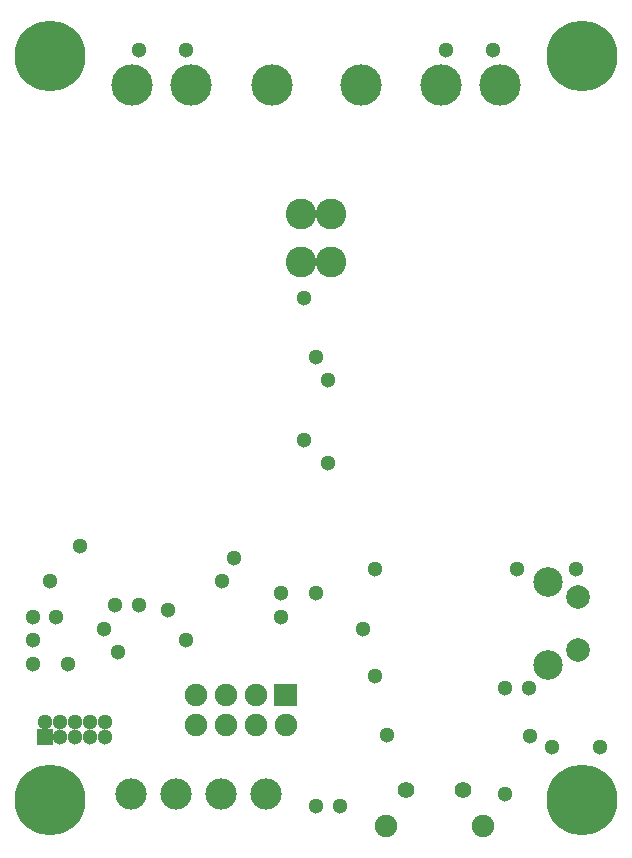
<source format=gbr>
G04 start of page 10 for group -4062 idx -4062 *
G04 Title: (unknown), soldermask *
G04 Creator: pcb 1.99z *
G04 CreationDate: Mon 27 May 2013 22:28:21 GMT UTC *
G04 For: rbarlow *
G04 Format: Gerber/RS-274X *
G04 PCB-Dimensions (mm): 70.00 90.00 *
G04 PCB-Coordinate-Origin: lower left *
%MOMM*%
%FSLAX43Y43*%
%LNBOTTOMMASK*%
%ADD167C,1.300*%
%ADD166C,1.400*%
%ADD165C,2.650*%
%ADD164C,1.900*%
%ADD163C,0.002*%
%ADD162C,2.600*%
%ADD161C,3.500*%
%ADD160C,6.000*%
%ADD159C,2.500*%
%ADD158C,2.000*%
G54D158*X58150Y26150D03*
Y30650D03*
G54D159*X55650Y24900D03*
G54D160*X58500Y13500D03*
G54D159*X55650Y31900D03*
G54D161*X51600Y74000D03*
X46600D03*
X39750D03*
X25400D03*
X20400D03*
G54D162*X37270Y63130D03*
X34730D03*
Y59070D03*
X37270D03*
G54D161*X32250Y74000D03*
G54D160*X13500Y76500D03*
X58500D03*
G54D163*G36*
X32450Y23300D02*Y21400D01*
X34350D01*
Y23300D01*
X32450D01*
G37*
G54D164*X30860Y22350D03*
X28320D03*
X25780D03*
X33400Y19810D03*
X30860D03*
X28320D03*
X25780D03*
G54D165*X24095Y14000D03*
X27905D03*
X31715D03*
G54D164*X41900Y11250D03*
X50100D03*
G54D166*X43575Y14330D03*
X48425D03*
G54D165*X20285Y14000D03*
G54D160*X13500Y13500D03*
G54D163*G36*
X12383Y19479D02*Y18179D01*
X13683D01*
Y19479D01*
X12383D01*
G37*
G54D167*X13033Y20099D03*
X14303Y18829D03*
Y20099D03*
X15573Y18829D03*
Y20099D03*
X16843Y18829D03*
Y20099D03*
X18113Y18829D03*
Y20099D03*
X58000Y33000D03*
X53000D03*
X41000D03*
X54100Y18900D03*
X56000Y18000D03*
X60000D03*
X52000Y14000D03*
Y23000D03*
X54000D03*
X25000Y77000D03*
X21000D03*
X51000D03*
X47000D03*
X37000Y49000D03*
X36000Y51000D03*
X35000Y56000D03*
X13500Y32000D03*
X14000Y29000D03*
X12000Y27000D03*
X12050Y25000D03*
X12000Y29000D03*
X36000Y13000D03*
X42000Y19000D03*
X38000Y13000D03*
X28000Y32000D03*
X19250Y26050D03*
X25000Y27000D03*
X16000Y35000D03*
X18000Y28000D03*
X23450Y29550D03*
X21000Y30000D03*
X19000D03*
X33000Y29000D03*
X29000Y34000D03*
X36000Y31000D03*
X33000D03*
X35000Y44000D03*
X37000Y42000D03*
X15000Y25000D03*
X41000Y24000D03*
X40000Y28000D03*
M02*

</source>
